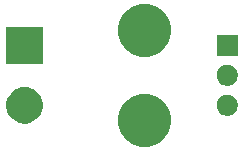
<source format=gbr>
G04 #@! TF.GenerationSoftware,KiCad,Pcbnew,5.1.5*
G04 #@! TF.CreationDate,2020-01-04T21:59:29+01:00*
G04 #@! TF.ProjectId,cs_ina199,63735f69-6e61-4313-9939-2e6b69636164,rev?*
G04 #@! TF.SameCoordinates,Original*
G04 #@! TF.FileFunction,Soldermask,Bot*
G04 #@! TF.FilePolarity,Negative*
%FSLAX46Y46*%
G04 Gerber Fmt 4.6, Leading zero omitted, Abs format (unit mm)*
G04 Created by KiCad (PCBNEW 5.1.5) date 2020-01-04 21:59:29*
%MOMM*%
%LPD*%
G04 APERTURE LIST*
%ADD10C,0.100000*%
G04 APERTURE END LIST*
D10*
G36*
X145055880Y-86659776D02*
G01*
X145436593Y-86735504D01*
X145846249Y-86905189D01*
X146214929Y-87151534D01*
X146528466Y-87465071D01*
X146774811Y-87833751D01*
X146944496Y-88243407D01*
X147031000Y-88678296D01*
X147031000Y-89121704D01*
X146944496Y-89556593D01*
X146774811Y-89966249D01*
X146528466Y-90334929D01*
X146214929Y-90648466D01*
X145846249Y-90894811D01*
X145436593Y-91064496D01*
X145055880Y-91140224D01*
X145001705Y-91151000D01*
X144558295Y-91151000D01*
X144504120Y-91140224D01*
X144123407Y-91064496D01*
X143713751Y-90894811D01*
X143345071Y-90648466D01*
X143031534Y-90334929D01*
X142785189Y-89966249D01*
X142615504Y-89556593D01*
X142529000Y-89121704D01*
X142529000Y-88678296D01*
X142615504Y-88243407D01*
X142785189Y-87833751D01*
X143031534Y-87465071D01*
X143345071Y-87151534D01*
X143713751Y-86905189D01*
X144123407Y-86735504D01*
X144504120Y-86659776D01*
X144558295Y-86649000D01*
X145001705Y-86649000D01*
X145055880Y-86659776D01*
G37*
G36*
X134922585Y-86108802D02*
G01*
X135072410Y-86138604D01*
X135354674Y-86255521D01*
X135608705Y-86425259D01*
X135824741Y-86641295D01*
X135994479Y-86895326D01*
X136100603Y-87151534D01*
X136111396Y-87177591D01*
X136168580Y-87465071D01*
X136171000Y-87477240D01*
X136171000Y-87782760D01*
X136111396Y-88082410D01*
X135994479Y-88364674D01*
X135824741Y-88618705D01*
X135608705Y-88834741D01*
X135354674Y-89004479D01*
X135072410Y-89121396D01*
X134922585Y-89151198D01*
X134772761Y-89181000D01*
X134467239Y-89181000D01*
X134317415Y-89151198D01*
X134167590Y-89121396D01*
X133885326Y-89004479D01*
X133631295Y-88834741D01*
X133415259Y-88618705D01*
X133245521Y-88364674D01*
X133128604Y-88082410D01*
X133069000Y-87782760D01*
X133069000Y-87477240D01*
X133071421Y-87465071D01*
X133128604Y-87177591D01*
X133139397Y-87151534D01*
X133245521Y-86895326D01*
X133415259Y-86641295D01*
X133631295Y-86425259D01*
X133885326Y-86255521D01*
X134167590Y-86138604D01*
X134317415Y-86108802D01*
X134467239Y-86079000D01*
X134772761Y-86079000D01*
X134922585Y-86108802D01*
G37*
G36*
X151878512Y-86733927D02*
G01*
X152027812Y-86763624D01*
X152191784Y-86831544D01*
X152339354Y-86930147D01*
X152464853Y-87055646D01*
X152563456Y-87203216D01*
X152631376Y-87367188D01*
X152666000Y-87541259D01*
X152666000Y-87718741D01*
X152631376Y-87892812D01*
X152563456Y-88056784D01*
X152464853Y-88204354D01*
X152339354Y-88329853D01*
X152191784Y-88428456D01*
X152027812Y-88496376D01*
X151878512Y-88526073D01*
X151853742Y-88531000D01*
X151676258Y-88531000D01*
X151651488Y-88526073D01*
X151502188Y-88496376D01*
X151338216Y-88428456D01*
X151190646Y-88329853D01*
X151065147Y-88204354D01*
X150966544Y-88056784D01*
X150898624Y-87892812D01*
X150864000Y-87718741D01*
X150864000Y-87541259D01*
X150898624Y-87367188D01*
X150966544Y-87203216D01*
X151065147Y-87055646D01*
X151190646Y-86930147D01*
X151338216Y-86831544D01*
X151502188Y-86763624D01*
X151651488Y-86733927D01*
X151676258Y-86729000D01*
X151853742Y-86729000D01*
X151878512Y-86733927D01*
G37*
G36*
X151878512Y-84193927D02*
G01*
X152027812Y-84223624D01*
X152191784Y-84291544D01*
X152339354Y-84390147D01*
X152464853Y-84515646D01*
X152563456Y-84663216D01*
X152631376Y-84827188D01*
X152666000Y-85001259D01*
X152666000Y-85178741D01*
X152631376Y-85352812D01*
X152563456Y-85516784D01*
X152464853Y-85664354D01*
X152339354Y-85789853D01*
X152191784Y-85888456D01*
X152027812Y-85956376D01*
X151878512Y-85986073D01*
X151853742Y-85991000D01*
X151676258Y-85991000D01*
X151651488Y-85986073D01*
X151502188Y-85956376D01*
X151338216Y-85888456D01*
X151190646Y-85789853D01*
X151065147Y-85664354D01*
X150966544Y-85516784D01*
X150898624Y-85352812D01*
X150864000Y-85178741D01*
X150864000Y-85001259D01*
X150898624Y-84827188D01*
X150966544Y-84663216D01*
X151065147Y-84515646D01*
X151190646Y-84390147D01*
X151338216Y-84291544D01*
X151502188Y-84223624D01*
X151651488Y-84193927D01*
X151676258Y-84189000D01*
X151853742Y-84189000D01*
X151878512Y-84193927D01*
G37*
G36*
X136171000Y-84101000D02*
G01*
X133069000Y-84101000D01*
X133069000Y-80999000D01*
X136171000Y-80999000D01*
X136171000Y-84101000D01*
G37*
G36*
X145055880Y-79039776D02*
G01*
X145436593Y-79115504D01*
X145846249Y-79285189D01*
X146214929Y-79531534D01*
X146528466Y-79845071D01*
X146774811Y-80213751D01*
X146944496Y-80623407D01*
X147031000Y-81058296D01*
X147031000Y-81501704D01*
X146944496Y-81936593D01*
X146774811Y-82346249D01*
X146528466Y-82714929D01*
X146214929Y-83028466D01*
X145846249Y-83274811D01*
X145436593Y-83444496D01*
X145055880Y-83520224D01*
X145001705Y-83531000D01*
X144558295Y-83531000D01*
X144504120Y-83520224D01*
X144123407Y-83444496D01*
X143713751Y-83274811D01*
X143345071Y-83028466D01*
X143031534Y-82714929D01*
X142785189Y-82346249D01*
X142615504Y-81936593D01*
X142529000Y-81501704D01*
X142529000Y-81058296D01*
X142615504Y-80623407D01*
X142785189Y-80213751D01*
X143031534Y-79845071D01*
X143345071Y-79531534D01*
X143713751Y-79285189D01*
X144123407Y-79115504D01*
X144504120Y-79039776D01*
X144558295Y-79029000D01*
X145001705Y-79029000D01*
X145055880Y-79039776D01*
G37*
G36*
X152666000Y-83451000D02*
G01*
X150864000Y-83451000D01*
X150864000Y-81649000D01*
X152666000Y-81649000D01*
X152666000Y-83451000D01*
G37*
M02*

</source>
